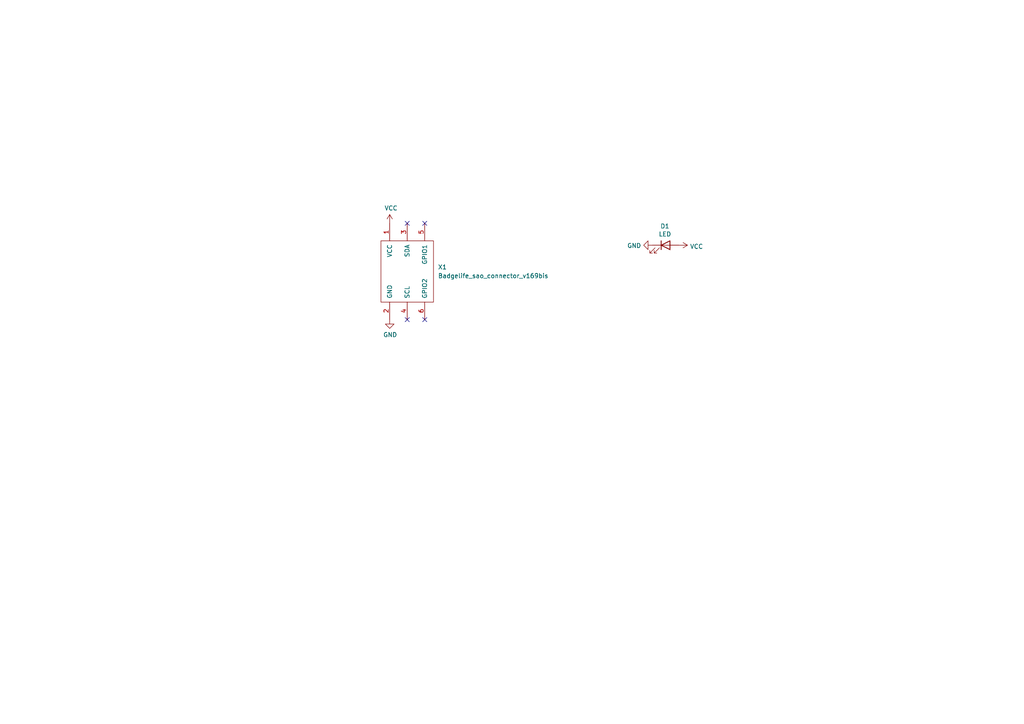
<source format=kicad_sch>
(kicad_sch (version 20211123) (generator eeschema)

  (uuid 1afcb3a0-e5f6-47d9-a7c9-0f7cf9c1dedb)

  (paper "A4")

  (lib_symbols
    (symbol "BadgePirates:Badgelife_sao_connector_v169bis" (pin_names (offset 1.016)) (in_bom yes) (on_board yes)
      (property "Reference" "X" (id 0) (at 0 0 0)
        (effects (font (size 1.27 1.27)))
      )
      (property "Value" "Badgelife_sao_connector_v169bis" (id 1) (at 0 20.32 0)
        (effects (font (size 1.27 1.27)))
      )
      (property "Footprint" "" (id 2) (at 0 5.08 0)
        (effects (font (size 1.27 1.27)) hide)
      )
      (property "Datasheet" "" (id 3) (at 0 5.08 0)
        (effects (font (size 1.27 1.27)) hide)
      )
      (symbol "Badgelife_sao_connector_v169bis_0_1"
        (rectangle (start -7.62 8.89) (end 7.62 -8.89)
          (stroke (width 0) (type default) (color 0 0 0 0))
          (fill (type none))
        )
      )
      (symbol "Badgelife_sao_connector_v169bis_1_1"
        (pin input line (at -5.08 13.97 270) (length 5.08)
          (name "VCC" (effects (font (size 1.27 1.27))))
          (number "1" (effects (font (size 1.27 1.27))))
        )
        (pin input line (at -5.08 -13.97 90) (length 5.08)
          (name "GND" (effects (font (size 1.27 1.27))))
          (number "2" (effects (font (size 1.27 1.27))))
        )
        (pin input line (at 0 13.97 270) (length 5.08)
          (name "SDA" (effects (font (size 1.27 1.27))))
          (number "3" (effects (font (size 1.27 1.27))))
        )
        (pin input line (at 0 -13.97 90) (length 5.08)
          (name "SCL" (effects (font (size 1.27 1.27))))
          (number "4" (effects (font (size 1.27 1.27))))
        )
        (pin input line (at 5.08 13.97 270) (length 5.08)
          (name "GPIO1" (effects (font (size 1.27 1.27))))
          (number "5" (effects (font (size 1.27 1.27))))
        )
        (pin input line (at 5.08 -13.97 90) (length 5.08)
          (name "GPIO2" (effects (font (size 1.27 1.27))))
          (number "6" (effects (font (size 1.27 1.27))))
        )
      )
    )
    (symbol "Device:LED" (pin_numbers hide) (pin_names (offset 1.016) hide) (in_bom yes) (on_board yes)
      (property "Reference" "D" (id 0) (at 0 2.54 0)
        (effects (font (size 1.27 1.27)))
      )
      (property "Value" "LED" (id 1) (at 0 -2.54 0)
        (effects (font (size 1.27 1.27)))
      )
      (property "Footprint" "" (id 2) (at 0 0 0)
        (effects (font (size 1.27 1.27)) hide)
      )
      (property "Datasheet" "~" (id 3) (at 0 0 0)
        (effects (font (size 1.27 1.27)) hide)
      )
      (property "ki_keywords" "LED diode" (id 4) (at 0 0 0)
        (effects (font (size 1.27 1.27)) hide)
      )
      (property "ki_description" "Light emitting diode" (id 5) (at 0 0 0)
        (effects (font (size 1.27 1.27)) hide)
      )
      (property "ki_fp_filters" "LED* LED_SMD:* LED_THT:*" (id 6) (at 0 0 0)
        (effects (font (size 1.27 1.27)) hide)
      )
      (symbol "LED_0_1"
        (polyline
          (pts
            (xy -1.27 -1.27)
            (xy -1.27 1.27)
          )
          (stroke (width 0.254) (type default) (color 0 0 0 0))
          (fill (type none))
        )
        (polyline
          (pts
            (xy -1.27 0)
            (xy 1.27 0)
          )
          (stroke (width 0) (type default) (color 0 0 0 0))
          (fill (type none))
        )
        (polyline
          (pts
            (xy 1.27 -1.27)
            (xy 1.27 1.27)
            (xy -1.27 0)
            (xy 1.27 -1.27)
          )
          (stroke (width 0.254) (type default) (color 0 0 0 0))
          (fill (type none))
        )
        (polyline
          (pts
            (xy -3.048 -0.762)
            (xy -4.572 -2.286)
            (xy -3.81 -2.286)
            (xy -4.572 -2.286)
            (xy -4.572 -1.524)
          )
          (stroke (width 0) (type default) (color 0 0 0 0))
          (fill (type none))
        )
        (polyline
          (pts
            (xy -1.778 -0.762)
            (xy -3.302 -2.286)
            (xy -2.54 -2.286)
            (xy -3.302 -2.286)
            (xy -3.302 -1.524)
          )
          (stroke (width 0) (type default) (color 0 0 0 0))
          (fill (type none))
        )
      )
      (symbol "LED_1_1"
        (pin passive line (at -3.81 0 0) (length 2.54)
          (name "K" (effects (font (size 1.27 1.27))))
          (number "1" (effects (font (size 1.27 1.27))))
        )
        (pin passive line (at 3.81 0 180) (length 2.54)
          (name "A" (effects (font (size 1.27 1.27))))
          (number "2" (effects (font (size 1.27 1.27))))
        )
      )
    )
    (symbol "power:GND" (power) (pin_names (offset 0)) (in_bom yes) (on_board yes)
      (property "Reference" "#PWR" (id 0) (at 0 -6.35 0)
        (effects (font (size 1.27 1.27)) hide)
      )
      (property "Value" "GND" (id 1) (at 0 -3.81 0)
        (effects (font (size 1.27 1.27)))
      )
      (property "Footprint" "" (id 2) (at 0 0 0)
        (effects (font (size 1.27 1.27)) hide)
      )
      (property "Datasheet" "" (id 3) (at 0 0 0)
        (effects (font (size 1.27 1.27)) hide)
      )
      (property "ki_keywords" "power-flag" (id 4) (at 0 0 0)
        (effects (font (size 1.27 1.27)) hide)
      )
      (property "ki_description" "Power symbol creates a global label with name \"GND\" , ground" (id 5) (at 0 0 0)
        (effects (font (size 1.27 1.27)) hide)
      )
      (symbol "GND_0_1"
        (polyline
          (pts
            (xy 0 0)
            (xy 0 -1.27)
            (xy 1.27 -1.27)
            (xy 0 -2.54)
            (xy -1.27 -1.27)
            (xy 0 -1.27)
          )
          (stroke (width 0) (type default) (color 0 0 0 0))
          (fill (type none))
        )
      )
      (symbol "GND_1_1"
        (pin power_in line (at 0 0 270) (length 0) hide
          (name "GND" (effects (font (size 1.27 1.27))))
          (number "1" (effects (font (size 1.27 1.27))))
        )
      )
    )
    (symbol "power:VCC" (power) (pin_names (offset 0)) (in_bom yes) (on_board yes)
      (property "Reference" "#PWR" (id 0) (at 0 -3.81 0)
        (effects (font (size 1.27 1.27)) hide)
      )
      (property "Value" "VCC" (id 1) (at 0 3.81 0)
        (effects (font (size 1.27 1.27)))
      )
      (property "Footprint" "" (id 2) (at 0 0 0)
        (effects (font (size 1.27 1.27)) hide)
      )
      (property "Datasheet" "" (id 3) (at 0 0 0)
        (effects (font (size 1.27 1.27)) hide)
      )
      (property "ki_keywords" "power-flag" (id 4) (at 0 0 0)
        (effects (font (size 1.27 1.27)) hide)
      )
      (property "ki_description" "Power symbol creates a global label with name \"VCC\"" (id 5) (at 0 0 0)
        (effects (font (size 1.27 1.27)) hide)
      )
      (symbol "VCC_0_1"
        (polyline
          (pts
            (xy -0.762 1.27)
            (xy 0 2.54)
          )
          (stroke (width 0) (type default) (color 0 0 0 0))
          (fill (type none))
        )
        (polyline
          (pts
            (xy 0 0)
            (xy 0 2.54)
          )
          (stroke (width 0) (type default) (color 0 0 0 0))
          (fill (type none))
        )
        (polyline
          (pts
            (xy 0 2.54)
            (xy 0.762 1.27)
          )
          (stroke (width 0) (type default) (color 0 0 0 0))
          (fill (type none))
        )
      )
      (symbol "VCC_1_1"
        (pin power_in line (at 0 0 90) (length 0) hide
          (name "VCC" (effects (font (size 1.27 1.27))))
          (number "1" (effects (font (size 1.27 1.27))))
        )
      )
    )
  )


  (no_connect (at 123.19 64.77) (uuid 1c7855a3-6761-4a6f-9025-4cb84240290b))
  (no_connect (at 118.11 92.71) (uuid 39e5a45c-8812-4023-8112-1e9b9677dfc3))
  (no_connect (at 123.19 92.71) (uuid 4e5fa8b1-1d58-413b-b864-bbb21e0ad671))
  (no_connect (at 118.11 64.77) (uuid 8b96b0ef-9b1c-4e46-a9e3-4001413aae26))

  (symbol (lib_id "Device:LED") (at 193.04 71.12 0) (unit 1)
    (in_bom yes) (on_board yes)
    (uuid 00000000-0000-0000-0000-000061194066)
    (property "Reference" "D1" (id 0) (at 192.8622 65.6082 0))
    (property "Value" "LED" (id 1) (at 192.8622 67.9196 0))
    (property "Footprint" "BadgePirates:LED_Osram_Lx_P47F_D2mm_ReverseMount_Proper_Mask Only" (id 2) (at 193.04 71.12 0)
      (effects (font (size 1.27 1.27)) hide)
    )
    (property "Datasheet" "~" (id 3) (at 193.04 71.12 0)
      (effects (font (size 1.27 1.27)) hide)
    )
    (pin "1" (uuid 9ef6fad4-66a2-43ff-b37c-313fc03f56db))
    (pin "2" (uuid 27bd0b9e-39c4-42dd-8f3c-7419d8d38f3c))
  )

  (symbol (lib_id "power:GND") (at 189.23 71.12 270) (unit 1)
    (in_bom yes) (on_board yes)
    (uuid 00000000-0000-0000-0000-0000611959b7)
    (property "Reference" "#PWR0102" (id 0) (at 182.88 71.12 0)
      (effects (font (size 1.27 1.27)) hide)
    )
    (property "Value" "GND" (id 1) (at 185.9788 71.247 90)
      (effects (font (size 1.27 1.27)) (justify right))
    )
    (property "Footprint" "" (id 2) (at 189.23 71.12 0)
      (effects (font (size 1.27 1.27)) hide)
    )
    (property "Datasheet" "" (id 3) (at 189.23 71.12 0)
      (effects (font (size 1.27 1.27)) hide)
    )
    (pin "1" (uuid 8c3d738c-136e-47be-9195-766a54a88373))
  )

  (symbol (lib_id "power:VCC") (at 113.03 64.77 0) (unit 1)
    (in_bom yes) (on_board yes)
    (uuid 00000000-0000-0000-0000-000061195b67)
    (property "Reference" "#PWR0103" (id 0) (at 113.03 68.58 0)
      (effects (font (size 1.27 1.27)) hide)
    )
    (property "Value" "VCC" (id 1) (at 113.411 60.3758 0))
    (property "Footprint" "" (id 2) (at 113.03 64.77 0)
      (effects (font (size 1.27 1.27)) hide)
    )
    (property "Datasheet" "" (id 3) (at 113.03 64.77 0)
      (effects (font (size 1.27 1.27)) hide)
    )
    (pin "1" (uuid bc321db9-9953-45f5-8278-f83246382690))
  )

  (symbol (lib_id "power:GND") (at 113.03 92.71 0) (unit 1)
    (in_bom yes) (on_board yes)
    (uuid 00000000-0000-0000-0000-000061196110)
    (property "Reference" "#PWR0104" (id 0) (at 113.03 99.06 0)
      (effects (font (size 1.27 1.27)) hide)
    )
    (property "Value" "GND" (id 1) (at 113.157 97.1042 0))
    (property "Footprint" "" (id 2) (at 113.03 92.71 0)
      (effects (font (size 1.27 1.27)) hide)
    )
    (property "Datasheet" "" (id 3) (at 113.03 92.71 0)
      (effects (font (size 1.27 1.27)) hide)
    )
    (pin "1" (uuid 258c7d32-0603-410d-baf3-785bda1e0b23))
  )

  (symbol (lib_id "power:VCC") (at 196.85 71.12 270) (unit 1)
    (in_bom yes) (on_board yes)
    (uuid 00000000-0000-0000-0000-00006129ab9a)
    (property "Reference" "#PWR0105" (id 0) (at 193.04 71.12 0)
      (effects (font (size 1.27 1.27)) hide)
    )
    (property "Value" "VCC" (id 1) (at 200.1012 71.501 90)
      (effects (font (size 1.27 1.27)) (justify left))
    )
    (property "Footprint" "" (id 2) (at 196.85 71.12 0)
      (effects (font (size 1.27 1.27)) hide)
    )
    (property "Datasheet" "" (id 3) (at 196.85 71.12 0)
      (effects (font (size 1.27 1.27)) hide)
    )
    (pin "1" (uuid 59e13ded-119e-4a98-ae4d-c88676e4d87e))
  )

  (symbol (lib_id "BadgePirates:Badgelife_sao_connector_v169bis") (at 118.11 78.74 0) (unit 1)
    (in_bom yes) (on_board yes) (fields_autoplaced)
    (uuid 2414399a-de43-4efa-9499-50b4c7570baa)
    (property "Reference" "X1" (id 0) (at 127 77.4699 0)
      (effects (font (size 1.27 1.27)) (justify left))
    )
    (property "Value" "Badgelife_sao_connector_v169bis" (id 1) (at 127 80.0099 0)
      (effects (font (size 1.27 1.27)) (justify left))
    )
    (property "Footprint" "BadgePirates:Badgelife-SAOv169-BADGE-2x3_Back" (id 2) (at 118.11 73.66 0)
      (effects (font (size 1.27 1.27)) hide)
    )
    (property "Datasheet" "" (id 3) (at 118.11 73.66 0)
      (effects (font (size 1.27 1.27)) hide)
    )
    (pin "1" (uuid 2da71d22-6090-4fae-b2f6-6d315771d32e))
    (pin "2" (uuid 51e870f2-9e6e-4084-8e23-cbc050492416))
    (pin "3" (uuid 0be23598-0fe4-4fe6-bf3f-f8b0ccbe05bc))
    (pin "4" (uuid a45ab712-cc23-4bc3-a114-debe6bf095c9))
    (pin "5" (uuid 077c85a3-3cbe-456b-9f62-8596e8afb9d6))
    (pin "6" (uuid 6a7fe276-72f1-4b57-b7af-8149f2fcef31))
  )

  (sheet_instances
    (path "/" (page "1"))
  )

  (symbol_instances
    (path "/00000000-0000-0000-0000-0000611959b7"
      (reference "#PWR0102") (unit 1) (value "GND") (footprint "")
    )
    (path "/00000000-0000-0000-0000-000061195b67"
      (reference "#PWR0103") (unit 1) (value "VCC") (footprint "")
    )
    (path "/00000000-0000-0000-0000-000061196110"
      (reference "#PWR0104") (unit 1) (value "GND") (footprint "")
    )
    (path "/00000000-0000-0000-0000-00006129ab9a"
      (reference "#PWR0105") (unit 1) (value "VCC") (footprint "")
    )
    (path "/00000000-0000-0000-0000-000061194066"
      (reference "D1") (unit 1) (value "LED") (footprint "BadgePirates:LED_Osram_Lx_P47F_D2mm_ReverseMount_Proper_Mask Only")
    )
    (path "/2414399a-de43-4efa-9499-50b4c7570baa"
      (reference "X1") (unit 1) (value "Badgelife_sao_connector_v169bis") (footprint "BadgePirates:Badgelife-SAOv169-BADGE-2x3_Back")
    )
  )
)

</source>
